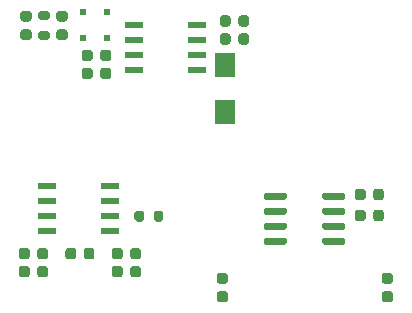
<source format=gbr>
G04 #@! TF.GenerationSoftware,KiCad,Pcbnew,(5.1.7)-1*
G04 #@! TF.CreationDate,2020-12-17T15:43:41-06:00*
G04 #@! TF.ProjectId,analog_pcb,616e616c-6f67-45f7-9063-622e6b696361,2.0*
G04 #@! TF.SameCoordinates,Original*
G04 #@! TF.FileFunction,Paste,Top*
G04 #@! TF.FilePolarity,Positive*
%FSLAX46Y46*%
G04 Gerber Fmt 4.6, Leading zero omitted, Abs format (unit mm)*
G04 Created by KiCad (PCBNEW (5.1.7)-1) date 2020-12-17 15:43:41*
%MOMM*%
%LPD*%
G01*
G04 APERTURE LIST*
%ADD10R,0.500000X0.500000*%
%ADD11R,1.700000X2.000000*%
%ADD12R,1.550000X0.600000*%
G04 APERTURE END LIST*
D10*
X127896700Y-69931300D03*
X127896700Y-72131300D03*
X125864700Y-69931300D03*
X125864700Y-72131300D03*
D11*
X137929700Y-78365300D03*
X137929700Y-74365300D03*
D12*
X135549700Y-71031300D03*
X135549700Y-72301300D03*
X135549700Y-73571300D03*
X135549700Y-74841300D03*
X130149700Y-74841300D03*
X130149700Y-73571300D03*
X130149700Y-72301300D03*
X130149700Y-71031300D03*
X128179700Y-84633300D03*
X128179700Y-85903300D03*
X128179700Y-87173300D03*
X128179700Y-88443300D03*
X122779700Y-88443300D03*
X122779700Y-87173300D03*
X122779700Y-85903300D03*
X122779700Y-84633300D03*
G36*
G01*
X129868700Y-90598300D02*
X129868700Y-90098300D01*
G75*
G02*
X130093700Y-89873300I225000J0D01*
G01*
X130543700Y-89873300D01*
G75*
G02*
X130768700Y-90098300I0J-225000D01*
G01*
X130768700Y-90598300D01*
G75*
G02*
X130543700Y-90823300I-225000J0D01*
G01*
X130093700Y-90823300D01*
G75*
G02*
X129868700Y-90598300I0J225000D01*
G01*
G37*
G36*
G01*
X128318700Y-90598300D02*
X128318700Y-90098300D01*
G75*
G02*
X128543700Y-89873300I225000J0D01*
G01*
X128993700Y-89873300D01*
G75*
G02*
X129218700Y-90098300I0J-225000D01*
G01*
X129218700Y-90598300D01*
G75*
G02*
X128993700Y-90823300I-225000J0D01*
G01*
X128543700Y-90823300D01*
G75*
G02*
X128318700Y-90598300I0J225000D01*
G01*
G37*
G36*
G01*
X120444700Y-90598300D02*
X120444700Y-90098300D01*
G75*
G02*
X120669700Y-89873300I225000J0D01*
G01*
X121119700Y-89873300D01*
G75*
G02*
X121344700Y-90098300I0J-225000D01*
G01*
X121344700Y-90598300D01*
G75*
G02*
X121119700Y-90823300I-225000J0D01*
G01*
X120669700Y-90823300D01*
G75*
G02*
X120444700Y-90598300I0J225000D01*
G01*
G37*
G36*
G01*
X121994700Y-90598300D02*
X121994700Y-90098300D01*
G75*
G02*
X122219700Y-89873300I225000J0D01*
G01*
X122669700Y-89873300D01*
G75*
G02*
X122894700Y-90098300I0J-225000D01*
G01*
X122894700Y-90598300D01*
G75*
G02*
X122669700Y-90823300I-225000J0D01*
G01*
X122219700Y-90823300D01*
G75*
G02*
X121994700Y-90598300I0J225000D01*
G01*
G37*
G36*
G01*
X128318700Y-92122300D02*
X128318700Y-91622300D01*
G75*
G02*
X128543700Y-91397300I225000J0D01*
G01*
X128993700Y-91397300D01*
G75*
G02*
X129218700Y-91622300I0J-225000D01*
G01*
X129218700Y-92122300D01*
G75*
G02*
X128993700Y-92347300I-225000J0D01*
G01*
X128543700Y-92347300D01*
G75*
G02*
X128318700Y-92122300I0J225000D01*
G01*
G37*
G36*
G01*
X129868700Y-92122300D02*
X129868700Y-91622300D01*
G75*
G02*
X130093700Y-91397300I225000J0D01*
G01*
X130543700Y-91397300D01*
G75*
G02*
X130768700Y-91622300I0J-225000D01*
G01*
X130768700Y-92122300D01*
G75*
G02*
X130543700Y-92347300I-225000J0D01*
G01*
X130093700Y-92347300D01*
G75*
G02*
X129868700Y-92122300I0J225000D01*
G01*
G37*
G36*
G01*
X121994700Y-92122300D02*
X121994700Y-91622300D01*
G75*
G02*
X122219700Y-91397300I225000J0D01*
G01*
X122669700Y-91397300D01*
G75*
G02*
X122894700Y-91622300I0J-225000D01*
G01*
X122894700Y-92122300D01*
G75*
G02*
X122669700Y-92347300I-225000J0D01*
G01*
X122219700Y-92347300D01*
G75*
G02*
X121994700Y-92122300I0J225000D01*
G01*
G37*
G36*
G01*
X120444700Y-92122300D02*
X120444700Y-91622300D01*
G75*
G02*
X120669700Y-91397300I225000J0D01*
G01*
X121119700Y-91397300D01*
G75*
G02*
X121344700Y-91622300I0J-225000D01*
G01*
X121344700Y-92122300D01*
G75*
G02*
X121119700Y-92347300I-225000J0D01*
G01*
X120669700Y-92347300D01*
G75*
G02*
X120444700Y-92122300I0J225000D01*
G01*
G37*
G36*
G01*
X125281700Y-90098300D02*
X125281700Y-90598300D01*
G75*
G02*
X125056700Y-90823300I-225000J0D01*
G01*
X124606700Y-90823300D01*
G75*
G02*
X124381700Y-90598300I0J225000D01*
G01*
X124381700Y-90098300D01*
G75*
G02*
X124606700Y-89873300I225000J0D01*
G01*
X125056700Y-89873300D01*
G75*
G02*
X125281700Y-90098300I0J-225000D01*
G01*
G37*
G36*
G01*
X126831700Y-90098300D02*
X126831700Y-90598300D01*
G75*
G02*
X126606700Y-90823300I-225000J0D01*
G01*
X126156700Y-90823300D01*
G75*
G02*
X125931700Y-90598300I0J225000D01*
G01*
X125931700Y-90098300D01*
G75*
G02*
X126156700Y-89873300I225000J0D01*
G01*
X126606700Y-89873300D01*
G75*
G02*
X126831700Y-90098300I0J-225000D01*
G01*
G37*
G36*
G01*
X120788700Y-71356300D02*
X121288700Y-71356300D01*
G75*
G02*
X121513700Y-71581300I0J-225000D01*
G01*
X121513700Y-72031300D01*
G75*
G02*
X121288700Y-72256300I-225000J0D01*
G01*
X120788700Y-72256300D01*
G75*
G02*
X120563700Y-72031300I0J225000D01*
G01*
X120563700Y-71581300D01*
G75*
G02*
X120788700Y-71356300I225000J0D01*
G01*
G37*
G36*
G01*
X120788700Y-69806300D02*
X121288700Y-69806300D01*
G75*
G02*
X121513700Y-70031300I0J-225000D01*
G01*
X121513700Y-70481300D01*
G75*
G02*
X121288700Y-70706300I-225000J0D01*
G01*
X120788700Y-70706300D01*
G75*
G02*
X120563700Y-70481300I0J225000D01*
G01*
X120563700Y-70031300D01*
G75*
G02*
X120788700Y-69806300I225000J0D01*
G01*
G37*
G36*
G01*
X124336700Y-72256300D02*
X123836700Y-72256300D01*
G75*
G02*
X123611700Y-72031300I0J225000D01*
G01*
X123611700Y-71581300D01*
G75*
G02*
X123836700Y-71356300I225000J0D01*
G01*
X124336700Y-71356300D01*
G75*
G02*
X124561700Y-71581300I0J-225000D01*
G01*
X124561700Y-72031300D01*
G75*
G02*
X124336700Y-72256300I-225000J0D01*
G01*
G37*
G36*
G01*
X124336700Y-70706300D02*
X123836700Y-70706300D01*
G75*
G02*
X123611700Y-70481300I0J225000D01*
G01*
X123611700Y-70031300D01*
G75*
G02*
X123836700Y-69806300I225000J0D01*
G01*
X124336700Y-69806300D01*
G75*
G02*
X124561700Y-70031300I0J-225000D01*
G01*
X124561700Y-70481300D01*
G75*
G02*
X124336700Y-70706300I-225000J0D01*
G01*
G37*
G36*
G01*
X148889000Y-85594000D02*
X148889000Y-85094000D01*
G75*
G02*
X149114000Y-84869000I225000J0D01*
G01*
X149564000Y-84869000D01*
G75*
G02*
X149789000Y-85094000I0J-225000D01*
G01*
X149789000Y-85594000D01*
G75*
G02*
X149564000Y-85819000I-225000J0D01*
G01*
X149114000Y-85819000D01*
G75*
G02*
X148889000Y-85594000I0J225000D01*
G01*
G37*
G36*
G01*
X150439000Y-85594000D02*
X150439000Y-85094000D01*
G75*
G02*
X150664000Y-84869000I225000J0D01*
G01*
X151114000Y-84869000D01*
G75*
G02*
X151339000Y-85094000I0J-225000D01*
G01*
X151339000Y-85594000D01*
G75*
G02*
X151114000Y-85819000I-225000J0D01*
G01*
X150664000Y-85819000D01*
G75*
G02*
X150439000Y-85594000I0J225000D01*
G01*
G37*
G36*
G01*
X150439000Y-87372000D02*
X150439000Y-86872000D01*
G75*
G02*
X150664000Y-86647000I225000J0D01*
G01*
X151114000Y-86647000D01*
G75*
G02*
X151339000Y-86872000I0J-225000D01*
G01*
X151339000Y-87372000D01*
G75*
G02*
X151114000Y-87597000I-225000J0D01*
G01*
X150664000Y-87597000D01*
G75*
G02*
X150439000Y-87372000I0J225000D01*
G01*
G37*
G36*
G01*
X148889000Y-87372000D02*
X148889000Y-86872000D01*
G75*
G02*
X149114000Y-86647000I225000J0D01*
G01*
X149564000Y-86647000D01*
G75*
G02*
X149789000Y-86872000I0J-225000D01*
G01*
X149789000Y-87372000D01*
G75*
G02*
X149564000Y-87597000I-225000J0D01*
G01*
X149114000Y-87597000D01*
G75*
G02*
X148889000Y-87372000I0J225000D01*
G01*
G37*
G36*
G01*
X137466700Y-70900300D02*
X137466700Y-70400300D01*
G75*
G02*
X137691700Y-70175300I225000J0D01*
G01*
X138141700Y-70175300D01*
G75*
G02*
X138366700Y-70400300I0J-225000D01*
G01*
X138366700Y-70900300D01*
G75*
G02*
X138141700Y-71125300I-225000J0D01*
G01*
X137691700Y-71125300D01*
G75*
G02*
X137466700Y-70900300I0J225000D01*
G01*
G37*
G36*
G01*
X139016700Y-70900300D02*
X139016700Y-70400300D01*
G75*
G02*
X139241700Y-70175300I225000J0D01*
G01*
X139691700Y-70175300D01*
G75*
G02*
X139916700Y-70400300I0J-225000D01*
G01*
X139916700Y-70900300D01*
G75*
G02*
X139691700Y-71125300I-225000J0D01*
G01*
X139241700Y-71125300D01*
G75*
G02*
X139016700Y-70900300I0J225000D01*
G01*
G37*
G36*
G01*
X137466700Y-72424300D02*
X137466700Y-71924300D01*
G75*
G02*
X137691700Y-71699300I225000J0D01*
G01*
X138141700Y-71699300D01*
G75*
G02*
X138366700Y-71924300I0J-225000D01*
G01*
X138366700Y-72424300D01*
G75*
G02*
X138141700Y-72649300I-225000J0D01*
G01*
X137691700Y-72649300D01*
G75*
G02*
X137466700Y-72424300I0J225000D01*
G01*
G37*
G36*
G01*
X139016700Y-72424300D02*
X139016700Y-71924300D01*
G75*
G02*
X139241700Y-71699300I225000J0D01*
G01*
X139691700Y-71699300D01*
G75*
G02*
X139916700Y-71924300I0J-225000D01*
G01*
X139916700Y-72424300D01*
G75*
G02*
X139691700Y-72649300I-225000J0D01*
G01*
X139241700Y-72649300D01*
G75*
G02*
X139016700Y-72424300I0J225000D01*
G01*
G37*
G36*
G01*
X126682700Y-74845300D02*
X126682700Y-75345300D01*
G75*
G02*
X126457700Y-75570300I-225000J0D01*
G01*
X126007700Y-75570300D01*
G75*
G02*
X125782700Y-75345300I0J225000D01*
G01*
X125782700Y-74845300D01*
G75*
G02*
X126007700Y-74620300I225000J0D01*
G01*
X126457700Y-74620300D01*
G75*
G02*
X126682700Y-74845300I0J-225000D01*
G01*
G37*
G36*
G01*
X128232700Y-74845300D02*
X128232700Y-75345300D01*
G75*
G02*
X128007700Y-75570300I-225000J0D01*
G01*
X127557700Y-75570300D01*
G75*
G02*
X127332700Y-75345300I0J225000D01*
G01*
X127332700Y-74845300D01*
G75*
G02*
X127557700Y-74620300I225000J0D01*
G01*
X128007700Y-74620300D01*
G75*
G02*
X128232700Y-74845300I0J-225000D01*
G01*
G37*
G36*
G01*
X128232700Y-73321300D02*
X128232700Y-73821300D01*
G75*
G02*
X128007700Y-74046300I-225000J0D01*
G01*
X127557700Y-74046300D01*
G75*
G02*
X127332700Y-73821300I0J225000D01*
G01*
X127332700Y-73321300D01*
G75*
G02*
X127557700Y-73096300I225000J0D01*
G01*
X128007700Y-73096300D01*
G75*
G02*
X128232700Y-73321300I0J-225000D01*
G01*
G37*
G36*
G01*
X126682700Y-73321300D02*
X126682700Y-73821300D01*
G75*
G02*
X126457700Y-74046300I-225000J0D01*
G01*
X126007700Y-74046300D01*
G75*
G02*
X125782700Y-73821300I0J225000D01*
G01*
X125782700Y-73321300D01*
G75*
G02*
X126007700Y-73096300I225000J0D01*
G01*
X126457700Y-73096300D01*
G75*
G02*
X126682700Y-73321300I0J-225000D01*
G01*
G37*
G36*
G01*
X122837700Y-72256300D02*
X122287700Y-72256300D01*
G75*
G02*
X122087700Y-72056300I0J200000D01*
G01*
X122087700Y-71656300D01*
G75*
G02*
X122287700Y-71456300I200000J0D01*
G01*
X122837700Y-71456300D01*
G75*
G02*
X123037700Y-71656300I0J-200000D01*
G01*
X123037700Y-72056300D01*
G75*
G02*
X122837700Y-72256300I-200000J0D01*
G01*
G37*
G36*
G01*
X122837700Y-70606300D02*
X122287700Y-70606300D01*
G75*
G02*
X122087700Y-70406300I0J200000D01*
G01*
X122087700Y-70006300D01*
G75*
G02*
X122287700Y-69806300I200000J0D01*
G01*
X122837700Y-69806300D01*
G75*
G02*
X123037700Y-70006300I0J-200000D01*
G01*
X123037700Y-70406300D01*
G75*
G02*
X122837700Y-70606300I-200000J0D01*
G01*
G37*
G36*
G01*
X131023700Y-86898300D02*
X131023700Y-87448300D01*
G75*
G02*
X130823700Y-87648300I-200000J0D01*
G01*
X130423700Y-87648300D01*
G75*
G02*
X130223700Y-87448300I0J200000D01*
G01*
X130223700Y-86898300D01*
G75*
G02*
X130423700Y-86698300I200000J0D01*
G01*
X130823700Y-86698300D01*
G75*
G02*
X131023700Y-86898300I0J-200000D01*
G01*
G37*
G36*
G01*
X132673700Y-86898300D02*
X132673700Y-87448300D01*
G75*
G02*
X132473700Y-87648300I-200000J0D01*
G01*
X132073700Y-87648300D01*
G75*
G02*
X131873700Y-87448300I0J200000D01*
G01*
X131873700Y-86898300D01*
G75*
G02*
X132073700Y-86698300I200000J0D01*
G01*
X132473700Y-86698300D01*
G75*
G02*
X132673700Y-86898300I0J-200000D01*
G01*
G37*
G36*
G01*
X141164382Y-85626501D02*
X141164382Y-85326501D01*
G75*
G02*
X141314382Y-85176501I150000J0D01*
G01*
X142964382Y-85176501D01*
G75*
G02*
X143114382Y-85326501I0J-150000D01*
G01*
X143114382Y-85626501D01*
G75*
G02*
X142964382Y-85776501I-150000J0D01*
G01*
X141314382Y-85776501D01*
G75*
G02*
X141164382Y-85626501I0J150000D01*
G01*
G37*
G36*
G01*
X141164382Y-86896501D02*
X141164382Y-86596501D01*
G75*
G02*
X141314382Y-86446501I150000J0D01*
G01*
X142964382Y-86446501D01*
G75*
G02*
X143114382Y-86596501I0J-150000D01*
G01*
X143114382Y-86896501D01*
G75*
G02*
X142964382Y-87046501I-150000J0D01*
G01*
X141314382Y-87046501D01*
G75*
G02*
X141164382Y-86896501I0J150000D01*
G01*
G37*
G36*
G01*
X141164382Y-88166501D02*
X141164382Y-87866501D01*
G75*
G02*
X141314382Y-87716501I150000J0D01*
G01*
X142964382Y-87716501D01*
G75*
G02*
X143114382Y-87866501I0J-150000D01*
G01*
X143114382Y-88166501D01*
G75*
G02*
X142964382Y-88316501I-150000J0D01*
G01*
X141314382Y-88316501D01*
G75*
G02*
X141164382Y-88166501I0J150000D01*
G01*
G37*
G36*
G01*
X141164382Y-89436501D02*
X141164382Y-89136501D01*
G75*
G02*
X141314382Y-88986501I150000J0D01*
G01*
X142964382Y-88986501D01*
G75*
G02*
X143114382Y-89136501I0J-150000D01*
G01*
X143114382Y-89436501D01*
G75*
G02*
X142964382Y-89586501I-150000J0D01*
G01*
X141314382Y-89586501D01*
G75*
G02*
X141164382Y-89436501I0J150000D01*
G01*
G37*
G36*
G01*
X146114382Y-89436501D02*
X146114382Y-89136501D01*
G75*
G02*
X146264382Y-88986501I150000J0D01*
G01*
X147914382Y-88986501D01*
G75*
G02*
X148064382Y-89136501I0J-150000D01*
G01*
X148064382Y-89436501D01*
G75*
G02*
X147914382Y-89586501I-150000J0D01*
G01*
X146264382Y-89586501D01*
G75*
G02*
X146114382Y-89436501I0J150000D01*
G01*
G37*
G36*
G01*
X146114382Y-88166501D02*
X146114382Y-87866501D01*
G75*
G02*
X146264382Y-87716501I150000J0D01*
G01*
X147914382Y-87716501D01*
G75*
G02*
X148064382Y-87866501I0J-150000D01*
G01*
X148064382Y-88166501D01*
G75*
G02*
X147914382Y-88316501I-150000J0D01*
G01*
X146264382Y-88316501D01*
G75*
G02*
X146114382Y-88166501I0J150000D01*
G01*
G37*
G36*
G01*
X146114382Y-86896501D02*
X146114382Y-86596501D01*
G75*
G02*
X146264382Y-86446501I150000J0D01*
G01*
X147914382Y-86446501D01*
G75*
G02*
X148064382Y-86596501I0J-150000D01*
G01*
X148064382Y-86896501D01*
G75*
G02*
X147914382Y-87046501I-150000J0D01*
G01*
X146264382Y-87046501D01*
G75*
G02*
X146114382Y-86896501I0J150000D01*
G01*
G37*
G36*
G01*
X146114382Y-85626501D02*
X146114382Y-85326501D01*
G75*
G02*
X146264382Y-85176501I150000J0D01*
G01*
X147914382Y-85176501D01*
G75*
G02*
X148064382Y-85326501I0J-150000D01*
G01*
X148064382Y-85626501D01*
G75*
G02*
X147914382Y-85776501I-150000J0D01*
G01*
X146264382Y-85776501D01*
G75*
G02*
X146114382Y-85626501I0J150000D01*
G01*
G37*
G36*
G01*
X151888000Y-94443000D02*
X151388000Y-94443000D01*
G75*
G02*
X151163000Y-94218000I0J225000D01*
G01*
X151163000Y-93768000D01*
G75*
G02*
X151388000Y-93543000I225000J0D01*
G01*
X151888000Y-93543000D01*
G75*
G02*
X152113000Y-93768000I0J-225000D01*
G01*
X152113000Y-94218000D01*
G75*
G02*
X151888000Y-94443000I-225000J0D01*
G01*
G37*
G36*
G01*
X151888000Y-92893000D02*
X151388000Y-92893000D01*
G75*
G02*
X151163000Y-92668000I0J225000D01*
G01*
X151163000Y-92218000D01*
G75*
G02*
X151388000Y-91993000I225000J0D01*
G01*
X151888000Y-91993000D01*
G75*
G02*
X152113000Y-92218000I0J-225000D01*
G01*
X152113000Y-92668000D01*
G75*
G02*
X151888000Y-92893000I-225000J0D01*
G01*
G37*
G36*
G01*
X137918000Y-92893000D02*
X137418000Y-92893000D01*
G75*
G02*
X137193000Y-92668000I0J225000D01*
G01*
X137193000Y-92218000D01*
G75*
G02*
X137418000Y-91993000I225000J0D01*
G01*
X137918000Y-91993000D01*
G75*
G02*
X138143000Y-92218000I0J-225000D01*
G01*
X138143000Y-92668000D01*
G75*
G02*
X137918000Y-92893000I-225000J0D01*
G01*
G37*
G36*
G01*
X137918000Y-94443000D02*
X137418000Y-94443000D01*
G75*
G02*
X137193000Y-94218000I0J225000D01*
G01*
X137193000Y-93768000D01*
G75*
G02*
X137418000Y-93543000I225000J0D01*
G01*
X137918000Y-93543000D01*
G75*
G02*
X138143000Y-93768000I0J-225000D01*
G01*
X138143000Y-94218000D01*
G75*
G02*
X137918000Y-94443000I-225000J0D01*
G01*
G37*
M02*

</source>
